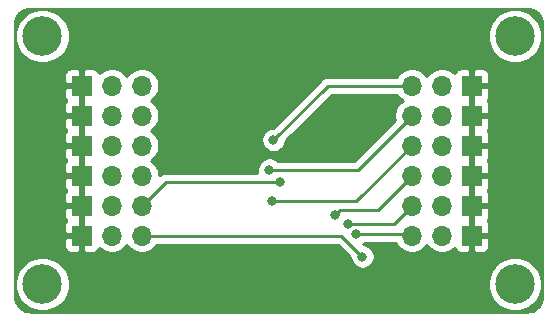
<source format=gbl>
G04 #@! TF.GenerationSoftware,KiCad,Pcbnew,5.1.5+dfsg1-2build2*
G04 #@! TF.CreationDate,2021-02-08T17:23:34+09:00*
G04 #@! TF.ProjectId,v3-pwm-buffer,76332d70-776d-42d6-9275-666665722e6b,rev?*
G04 #@! TF.SameCoordinates,Original*
G04 #@! TF.FileFunction,Copper,L2,Bot*
G04 #@! TF.FilePolarity,Positive*
%FSLAX46Y46*%
G04 Gerber Fmt 4.6, Leading zero omitted, Abs format (unit mm)*
G04 Created by KiCad (PCBNEW 5.1.5+dfsg1-2build2) date 2021-02-08 17:23:34*
%MOMM*%
%LPD*%
G04 APERTURE LIST*
%ADD10O,1.700000X1.700000*%
%ADD11R,1.700000X1.700000*%
%ADD12C,3.350000*%
%ADD13C,0.800000*%
%ADD14C,0.250000*%
%ADD15C,0.254000*%
G04 APERTURE END LIST*
D10*
X81280000Y-55880000D03*
X83820000Y-55880000D03*
D11*
X86360000Y-55880000D03*
D10*
X81280000Y-53340000D03*
X83820000Y-53340000D03*
D11*
X86360000Y-53340000D03*
D10*
X81280000Y-50800000D03*
X83820000Y-50800000D03*
D11*
X86360000Y-50800000D03*
D10*
X81280000Y-48260000D03*
X83820000Y-48260000D03*
D11*
X86360000Y-48260000D03*
D10*
X81280000Y-45720000D03*
X83820000Y-45720000D03*
D11*
X86360000Y-45720000D03*
D10*
X81280000Y-43180000D03*
X83820000Y-43180000D03*
D11*
X86360000Y-43180000D03*
D10*
X58420000Y-55880000D03*
X55880000Y-55880000D03*
D11*
X53340000Y-55880000D03*
D10*
X58420000Y-53340000D03*
X55880000Y-53340000D03*
D11*
X53340000Y-53340000D03*
D10*
X58420000Y-50800000D03*
X55880000Y-50800000D03*
D11*
X53340000Y-50800000D03*
D10*
X58420000Y-48260000D03*
X55880000Y-48260000D03*
D11*
X53340000Y-48260000D03*
D10*
X58420000Y-45720000D03*
X55880000Y-45720000D03*
D11*
X53340000Y-45720000D03*
D10*
X58420000Y-43180000D03*
X55880000Y-43180000D03*
D11*
X53340000Y-43180000D03*
D12*
X90000000Y-39000000D03*
X90000000Y-60000000D03*
X50000000Y-39000000D03*
X50000000Y-60000000D03*
D13*
X67335400Y-59613800D03*
X70104000Y-51308000D03*
X77089000Y-57658000D03*
X69562999Y-47785001D03*
X69215000Y-50292000D03*
X69469000Y-52959000D03*
X74803000Y-54102000D03*
X75856000Y-54864000D03*
X76581000Y-55753000D03*
D14*
X60452000Y-51308000D02*
X58420000Y-53340000D01*
X70104000Y-51308000D02*
X60452000Y-51308000D01*
X75311000Y-55880000D02*
X58420000Y-55880000D01*
X77089000Y-57658000D02*
X75311000Y-55880000D01*
X74168000Y-43180000D02*
X69562999Y-47785001D01*
X81280000Y-43180000D02*
X74168000Y-43180000D01*
X76708000Y-50292000D02*
X81280000Y-45720000D01*
X69215000Y-50292000D02*
X76708000Y-50292000D01*
X76581000Y-52959000D02*
X81280000Y-48260000D01*
X69469000Y-52959000D02*
X76581000Y-52959000D01*
X80430001Y-51649999D02*
X81280000Y-50800000D01*
X78377999Y-53702001D02*
X80430001Y-51649999D01*
X75202999Y-53702001D02*
X78377999Y-53702001D01*
X74803000Y-54102000D02*
X75202999Y-53702001D01*
X79756000Y-54864000D02*
X81280000Y-53340000D01*
X75856000Y-54864000D02*
X79756000Y-54864000D01*
X81153000Y-55753000D02*
X81280000Y-55880000D01*
X76581000Y-55753000D02*
X81153000Y-55753000D01*
D15*
G36*
X91259659Y-36688625D02*
G01*
X91509429Y-36764035D01*
X91739792Y-36886522D01*
X91941980Y-37051422D01*
X92108286Y-37252450D01*
X92232378Y-37481954D01*
X92309531Y-37731195D01*
X92340000Y-38021089D01*
X92340001Y-60967711D01*
X92311375Y-61259660D01*
X92235965Y-61509429D01*
X92113477Y-61739794D01*
X91948579Y-61941979D01*
X91747546Y-62108288D01*
X91518046Y-62232378D01*
X91268805Y-62309531D01*
X90978911Y-62340000D01*
X49032279Y-62340000D01*
X48740340Y-62311375D01*
X48490571Y-62235965D01*
X48260206Y-62113477D01*
X48058021Y-61948579D01*
X47891712Y-61747546D01*
X47767622Y-61518046D01*
X47690469Y-61268805D01*
X47660000Y-60978911D01*
X47660000Y-59772485D01*
X47690000Y-59772485D01*
X47690000Y-60227515D01*
X47778772Y-60673802D01*
X47952905Y-61094195D01*
X48205706Y-61472539D01*
X48527461Y-61794294D01*
X48905805Y-62047095D01*
X49326198Y-62221228D01*
X49772485Y-62310000D01*
X50227515Y-62310000D01*
X50673802Y-62221228D01*
X51094195Y-62047095D01*
X51472539Y-61794294D01*
X51794294Y-61472539D01*
X52047095Y-61094195D01*
X52221228Y-60673802D01*
X52310000Y-60227515D01*
X52310000Y-59772485D01*
X87690000Y-59772485D01*
X87690000Y-60227515D01*
X87778772Y-60673802D01*
X87952905Y-61094195D01*
X88205706Y-61472539D01*
X88527461Y-61794294D01*
X88905805Y-62047095D01*
X89326198Y-62221228D01*
X89772485Y-62310000D01*
X90227515Y-62310000D01*
X90673802Y-62221228D01*
X91094195Y-62047095D01*
X91472539Y-61794294D01*
X91794294Y-61472539D01*
X92047095Y-61094195D01*
X92221228Y-60673802D01*
X92310000Y-60227515D01*
X92310000Y-59772485D01*
X92221228Y-59326198D01*
X92047095Y-58905805D01*
X91794294Y-58527461D01*
X91472539Y-58205706D01*
X91094195Y-57952905D01*
X90673802Y-57778772D01*
X90227515Y-57690000D01*
X89772485Y-57690000D01*
X89326198Y-57778772D01*
X88905805Y-57952905D01*
X88527461Y-58205706D01*
X88205706Y-58527461D01*
X87952905Y-58905805D01*
X87778772Y-59326198D01*
X87690000Y-59772485D01*
X52310000Y-59772485D01*
X52221228Y-59326198D01*
X52047095Y-58905805D01*
X51794294Y-58527461D01*
X51472539Y-58205706D01*
X51094195Y-57952905D01*
X50673802Y-57778772D01*
X50227515Y-57690000D01*
X49772485Y-57690000D01*
X49326198Y-57778772D01*
X48905805Y-57952905D01*
X48527461Y-58205706D01*
X48205706Y-58527461D01*
X47952905Y-58905805D01*
X47778772Y-59326198D01*
X47690000Y-59772485D01*
X47660000Y-59772485D01*
X47660000Y-56730000D01*
X51851928Y-56730000D01*
X51864188Y-56854482D01*
X51900498Y-56974180D01*
X51959463Y-57084494D01*
X52038815Y-57181185D01*
X52135506Y-57260537D01*
X52245820Y-57319502D01*
X52365518Y-57355812D01*
X52490000Y-57368072D01*
X53054250Y-57365000D01*
X53213000Y-57206250D01*
X53213000Y-56007000D01*
X52013750Y-56007000D01*
X51855000Y-56165750D01*
X51851928Y-56730000D01*
X47660000Y-56730000D01*
X47660000Y-54190000D01*
X51851928Y-54190000D01*
X51864188Y-54314482D01*
X51900498Y-54434180D01*
X51959463Y-54544494D01*
X52013222Y-54610000D01*
X51959463Y-54675506D01*
X51900498Y-54785820D01*
X51864188Y-54905518D01*
X51851928Y-55030000D01*
X51855000Y-55594250D01*
X52013750Y-55753000D01*
X53213000Y-55753000D01*
X53213000Y-53467000D01*
X52013750Y-53467000D01*
X51855000Y-53625750D01*
X51851928Y-54190000D01*
X47660000Y-54190000D01*
X47660000Y-51650000D01*
X51851928Y-51650000D01*
X51864188Y-51774482D01*
X51900498Y-51894180D01*
X51959463Y-52004494D01*
X52013222Y-52070000D01*
X51959463Y-52135506D01*
X51900498Y-52245820D01*
X51864188Y-52365518D01*
X51851928Y-52490000D01*
X51855000Y-53054250D01*
X52013750Y-53213000D01*
X53213000Y-53213000D01*
X53213000Y-50927000D01*
X52013750Y-50927000D01*
X51855000Y-51085750D01*
X51851928Y-51650000D01*
X47660000Y-51650000D01*
X47660000Y-49110000D01*
X51851928Y-49110000D01*
X51864188Y-49234482D01*
X51900498Y-49354180D01*
X51959463Y-49464494D01*
X52013222Y-49530000D01*
X51959463Y-49595506D01*
X51900498Y-49705820D01*
X51864188Y-49825518D01*
X51851928Y-49950000D01*
X51855000Y-50514250D01*
X52013750Y-50673000D01*
X53213000Y-50673000D01*
X53213000Y-48387000D01*
X52013750Y-48387000D01*
X51855000Y-48545750D01*
X51851928Y-49110000D01*
X47660000Y-49110000D01*
X47660000Y-46570000D01*
X51851928Y-46570000D01*
X51864188Y-46694482D01*
X51900498Y-46814180D01*
X51959463Y-46924494D01*
X52013222Y-46990000D01*
X51959463Y-47055506D01*
X51900498Y-47165820D01*
X51864188Y-47285518D01*
X51851928Y-47410000D01*
X51855000Y-47974250D01*
X52013750Y-48133000D01*
X53213000Y-48133000D01*
X53213000Y-45847000D01*
X52013750Y-45847000D01*
X51855000Y-46005750D01*
X51851928Y-46570000D01*
X47660000Y-46570000D01*
X47660000Y-44030000D01*
X51851928Y-44030000D01*
X51864188Y-44154482D01*
X51900498Y-44274180D01*
X51959463Y-44384494D01*
X52013222Y-44450000D01*
X51959463Y-44515506D01*
X51900498Y-44625820D01*
X51864188Y-44745518D01*
X51851928Y-44870000D01*
X51855000Y-45434250D01*
X52013750Y-45593000D01*
X53213000Y-45593000D01*
X53213000Y-43307000D01*
X52013750Y-43307000D01*
X51855000Y-43465750D01*
X51851928Y-44030000D01*
X47660000Y-44030000D01*
X47660000Y-42330000D01*
X51851928Y-42330000D01*
X51855000Y-42894250D01*
X52013750Y-43053000D01*
X53213000Y-43053000D01*
X53213000Y-41853750D01*
X53467000Y-41853750D01*
X53467000Y-43053000D01*
X53487000Y-43053000D01*
X53487000Y-43307000D01*
X53467000Y-43307000D01*
X53467000Y-45593000D01*
X53487000Y-45593000D01*
X53487000Y-45847000D01*
X53467000Y-45847000D01*
X53467000Y-48133000D01*
X53487000Y-48133000D01*
X53487000Y-48387000D01*
X53467000Y-48387000D01*
X53467000Y-50673000D01*
X53487000Y-50673000D01*
X53487000Y-50927000D01*
X53467000Y-50927000D01*
X53467000Y-53213000D01*
X53487000Y-53213000D01*
X53487000Y-53467000D01*
X53467000Y-53467000D01*
X53467000Y-55753000D01*
X53487000Y-55753000D01*
X53487000Y-56007000D01*
X53467000Y-56007000D01*
X53467000Y-57206250D01*
X53625750Y-57365000D01*
X54190000Y-57368072D01*
X54314482Y-57355812D01*
X54434180Y-57319502D01*
X54544494Y-57260537D01*
X54641185Y-57181185D01*
X54720537Y-57084494D01*
X54779502Y-56974180D01*
X54801513Y-56901620D01*
X54933368Y-57033475D01*
X55176589Y-57195990D01*
X55446842Y-57307932D01*
X55733740Y-57365000D01*
X56026260Y-57365000D01*
X56313158Y-57307932D01*
X56583411Y-57195990D01*
X56826632Y-57033475D01*
X57033475Y-56826632D01*
X57150000Y-56652240D01*
X57266525Y-56826632D01*
X57473368Y-57033475D01*
X57716589Y-57195990D01*
X57986842Y-57307932D01*
X58273740Y-57365000D01*
X58566260Y-57365000D01*
X58853158Y-57307932D01*
X59123411Y-57195990D01*
X59366632Y-57033475D01*
X59573475Y-56826632D01*
X59698178Y-56640000D01*
X74996199Y-56640000D01*
X76054000Y-57697802D01*
X76054000Y-57759939D01*
X76093774Y-57959898D01*
X76171795Y-58148256D01*
X76285063Y-58317774D01*
X76429226Y-58461937D01*
X76598744Y-58575205D01*
X76787102Y-58653226D01*
X76987061Y-58693000D01*
X77190939Y-58693000D01*
X77390898Y-58653226D01*
X77579256Y-58575205D01*
X77748774Y-58461937D01*
X77892937Y-58317774D01*
X78006205Y-58148256D01*
X78084226Y-57959898D01*
X78124000Y-57759939D01*
X78124000Y-57556061D01*
X78084226Y-57356102D01*
X78006205Y-57167744D01*
X77892937Y-56998226D01*
X77748774Y-56854063D01*
X77579256Y-56740795D01*
X77390898Y-56662774D01*
X77190939Y-56623000D01*
X77141903Y-56623000D01*
X77240774Y-56556937D01*
X77284711Y-56513000D01*
X79934845Y-56513000D01*
X79964010Y-56583411D01*
X80126525Y-56826632D01*
X80333368Y-57033475D01*
X80576589Y-57195990D01*
X80846842Y-57307932D01*
X81133740Y-57365000D01*
X81426260Y-57365000D01*
X81713158Y-57307932D01*
X81983411Y-57195990D01*
X82226632Y-57033475D01*
X82433475Y-56826632D01*
X82550000Y-56652240D01*
X82666525Y-56826632D01*
X82873368Y-57033475D01*
X83116589Y-57195990D01*
X83386842Y-57307932D01*
X83673740Y-57365000D01*
X83966260Y-57365000D01*
X84253158Y-57307932D01*
X84523411Y-57195990D01*
X84766632Y-57033475D01*
X84898487Y-56901620D01*
X84920498Y-56974180D01*
X84979463Y-57084494D01*
X85058815Y-57181185D01*
X85155506Y-57260537D01*
X85265820Y-57319502D01*
X85385518Y-57355812D01*
X85510000Y-57368072D01*
X86074250Y-57365000D01*
X86233000Y-57206250D01*
X86233000Y-56007000D01*
X86487000Y-56007000D01*
X86487000Y-57206250D01*
X86645750Y-57365000D01*
X87210000Y-57368072D01*
X87334482Y-57355812D01*
X87454180Y-57319502D01*
X87564494Y-57260537D01*
X87661185Y-57181185D01*
X87740537Y-57084494D01*
X87799502Y-56974180D01*
X87835812Y-56854482D01*
X87848072Y-56730000D01*
X87845000Y-56165750D01*
X87686250Y-56007000D01*
X86487000Y-56007000D01*
X86233000Y-56007000D01*
X86213000Y-56007000D01*
X86213000Y-55753000D01*
X86233000Y-55753000D01*
X86233000Y-53467000D01*
X86487000Y-53467000D01*
X86487000Y-55753000D01*
X87686250Y-55753000D01*
X87845000Y-55594250D01*
X87848072Y-55030000D01*
X87835812Y-54905518D01*
X87799502Y-54785820D01*
X87740537Y-54675506D01*
X87686778Y-54610000D01*
X87740537Y-54544494D01*
X87799502Y-54434180D01*
X87835812Y-54314482D01*
X87848072Y-54190000D01*
X87845000Y-53625750D01*
X87686250Y-53467000D01*
X86487000Y-53467000D01*
X86233000Y-53467000D01*
X86213000Y-53467000D01*
X86213000Y-53213000D01*
X86233000Y-53213000D01*
X86233000Y-50927000D01*
X86487000Y-50927000D01*
X86487000Y-53213000D01*
X87686250Y-53213000D01*
X87845000Y-53054250D01*
X87848072Y-52490000D01*
X87835812Y-52365518D01*
X87799502Y-52245820D01*
X87740537Y-52135506D01*
X87686778Y-52070000D01*
X87740537Y-52004494D01*
X87799502Y-51894180D01*
X87835812Y-51774482D01*
X87848072Y-51650000D01*
X87845000Y-51085750D01*
X87686250Y-50927000D01*
X86487000Y-50927000D01*
X86233000Y-50927000D01*
X86213000Y-50927000D01*
X86213000Y-50673000D01*
X86233000Y-50673000D01*
X86233000Y-48387000D01*
X86487000Y-48387000D01*
X86487000Y-50673000D01*
X87686250Y-50673000D01*
X87845000Y-50514250D01*
X87848072Y-49950000D01*
X87835812Y-49825518D01*
X87799502Y-49705820D01*
X87740537Y-49595506D01*
X87686778Y-49530000D01*
X87740537Y-49464494D01*
X87799502Y-49354180D01*
X87835812Y-49234482D01*
X87848072Y-49110000D01*
X87845000Y-48545750D01*
X87686250Y-48387000D01*
X86487000Y-48387000D01*
X86233000Y-48387000D01*
X86213000Y-48387000D01*
X86213000Y-48133000D01*
X86233000Y-48133000D01*
X86233000Y-45847000D01*
X86487000Y-45847000D01*
X86487000Y-48133000D01*
X87686250Y-48133000D01*
X87845000Y-47974250D01*
X87848072Y-47410000D01*
X87835812Y-47285518D01*
X87799502Y-47165820D01*
X87740537Y-47055506D01*
X87686778Y-46990000D01*
X87740537Y-46924494D01*
X87799502Y-46814180D01*
X87835812Y-46694482D01*
X87848072Y-46570000D01*
X87845000Y-46005750D01*
X87686250Y-45847000D01*
X86487000Y-45847000D01*
X86233000Y-45847000D01*
X86213000Y-45847000D01*
X86213000Y-45593000D01*
X86233000Y-45593000D01*
X86233000Y-43307000D01*
X86487000Y-43307000D01*
X86487000Y-45593000D01*
X87686250Y-45593000D01*
X87845000Y-45434250D01*
X87848072Y-44870000D01*
X87835812Y-44745518D01*
X87799502Y-44625820D01*
X87740537Y-44515506D01*
X87686778Y-44450000D01*
X87740537Y-44384494D01*
X87799502Y-44274180D01*
X87835812Y-44154482D01*
X87848072Y-44030000D01*
X87845000Y-43465750D01*
X87686250Y-43307000D01*
X86487000Y-43307000D01*
X86233000Y-43307000D01*
X86213000Y-43307000D01*
X86213000Y-43053000D01*
X86233000Y-43053000D01*
X86233000Y-41853750D01*
X86487000Y-41853750D01*
X86487000Y-43053000D01*
X87686250Y-43053000D01*
X87845000Y-42894250D01*
X87848072Y-42330000D01*
X87835812Y-42205518D01*
X87799502Y-42085820D01*
X87740537Y-41975506D01*
X87661185Y-41878815D01*
X87564494Y-41799463D01*
X87454180Y-41740498D01*
X87334482Y-41704188D01*
X87210000Y-41691928D01*
X86645750Y-41695000D01*
X86487000Y-41853750D01*
X86233000Y-41853750D01*
X86074250Y-41695000D01*
X85510000Y-41691928D01*
X85385518Y-41704188D01*
X85265820Y-41740498D01*
X85155506Y-41799463D01*
X85058815Y-41878815D01*
X84979463Y-41975506D01*
X84920498Y-42085820D01*
X84898487Y-42158380D01*
X84766632Y-42026525D01*
X84523411Y-41864010D01*
X84253158Y-41752068D01*
X83966260Y-41695000D01*
X83673740Y-41695000D01*
X83386842Y-41752068D01*
X83116589Y-41864010D01*
X82873368Y-42026525D01*
X82666525Y-42233368D01*
X82550000Y-42407760D01*
X82433475Y-42233368D01*
X82226632Y-42026525D01*
X81983411Y-41864010D01*
X81713158Y-41752068D01*
X81426260Y-41695000D01*
X81133740Y-41695000D01*
X80846842Y-41752068D01*
X80576589Y-41864010D01*
X80333368Y-42026525D01*
X80126525Y-42233368D01*
X80001822Y-42420000D01*
X74205323Y-42420000D01*
X74168000Y-42416324D01*
X74130677Y-42420000D01*
X74130667Y-42420000D01*
X74019014Y-42430997D01*
X73875753Y-42474454D01*
X73743724Y-42545026D01*
X73627999Y-42639999D01*
X73604201Y-42668997D01*
X69523198Y-46750001D01*
X69461060Y-46750001D01*
X69261101Y-46789775D01*
X69072743Y-46867796D01*
X68903225Y-46981064D01*
X68759062Y-47125227D01*
X68645794Y-47294745D01*
X68567773Y-47483103D01*
X68527999Y-47683062D01*
X68527999Y-47886940D01*
X68567773Y-48086899D01*
X68645794Y-48275257D01*
X68759062Y-48444775D01*
X68903225Y-48588938D01*
X69072743Y-48702206D01*
X69261101Y-48780227D01*
X69461060Y-48820001D01*
X69664938Y-48820001D01*
X69864897Y-48780227D01*
X70053255Y-48702206D01*
X70222773Y-48588938D01*
X70366936Y-48444775D01*
X70480204Y-48275257D01*
X70558225Y-48086899D01*
X70597999Y-47886940D01*
X70597999Y-47824802D01*
X74482802Y-43940000D01*
X80001822Y-43940000D01*
X80126525Y-44126632D01*
X80333368Y-44333475D01*
X80507760Y-44450000D01*
X80333368Y-44566525D01*
X80126525Y-44773368D01*
X79964010Y-45016589D01*
X79852068Y-45286842D01*
X79795000Y-45573740D01*
X79795000Y-45866260D01*
X79838790Y-46086407D01*
X76393199Y-49532000D01*
X69918711Y-49532000D01*
X69874774Y-49488063D01*
X69705256Y-49374795D01*
X69516898Y-49296774D01*
X69316939Y-49257000D01*
X69113061Y-49257000D01*
X68913102Y-49296774D01*
X68724744Y-49374795D01*
X68555226Y-49488063D01*
X68411063Y-49632226D01*
X68297795Y-49801744D01*
X68219774Y-49990102D01*
X68180000Y-50190061D01*
X68180000Y-50393939D01*
X68210644Y-50548000D01*
X60489323Y-50548000D01*
X60452000Y-50544324D01*
X60414677Y-50548000D01*
X60414667Y-50548000D01*
X60303014Y-50558997D01*
X60187959Y-50593898D01*
X60159753Y-50602454D01*
X60027723Y-50673026D01*
X59944083Y-50741668D01*
X59911999Y-50767999D01*
X59905000Y-50776527D01*
X59905000Y-50653740D01*
X59847932Y-50366842D01*
X59735990Y-50096589D01*
X59573475Y-49853368D01*
X59366632Y-49646525D01*
X59192240Y-49530000D01*
X59366632Y-49413475D01*
X59573475Y-49206632D01*
X59735990Y-48963411D01*
X59847932Y-48693158D01*
X59905000Y-48406260D01*
X59905000Y-48113740D01*
X59847932Y-47826842D01*
X59735990Y-47556589D01*
X59573475Y-47313368D01*
X59366632Y-47106525D01*
X59192240Y-46990000D01*
X59366632Y-46873475D01*
X59573475Y-46666632D01*
X59735990Y-46423411D01*
X59847932Y-46153158D01*
X59905000Y-45866260D01*
X59905000Y-45573740D01*
X59847932Y-45286842D01*
X59735990Y-45016589D01*
X59573475Y-44773368D01*
X59366632Y-44566525D01*
X59192240Y-44450000D01*
X59366632Y-44333475D01*
X59573475Y-44126632D01*
X59735990Y-43883411D01*
X59847932Y-43613158D01*
X59905000Y-43326260D01*
X59905000Y-43033740D01*
X59847932Y-42746842D01*
X59735990Y-42476589D01*
X59573475Y-42233368D01*
X59366632Y-42026525D01*
X59123411Y-41864010D01*
X58853158Y-41752068D01*
X58566260Y-41695000D01*
X58273740Y-41695000D01*
X57986842Y-41752068D01*
X57716589Y-41864010D01*
X57473368Y-42026525D01*
X57266525Y-42233368D01*
X57150000Y-42407760D01*
X57033475Y-42233368D01*
X56826632Y-42026525D01*
X56583411Y-41864010D01*
X56313158Y-41752068D01*
X56026260Y-41695000D01*
X55733740Y-41695000D01*
X55446842Y-41752068D01*
X55176589Y-41864010D01*
X54933368Y-42026525D01*
X54801513Y-42158380D01*
X54779502Y-42085820D01*
X54720537Y-41975506D01*
X54641185Y-41878815D01*
X54544494Y-41799463D01*
X54434180Y-41740498D01*
X54314482Y-41704188D01*
X54190000Y-41691928D01*
X53625750Y-41695000D01*
X53467000Y-41853750D01*
X53213000Y-41853750D01*
X53054250Y-41695000D01*
X52490000Y-41691928D01*
X52365518Y-41704188D01*
X52245820Y-41740498D01*
X52135506Y-41799463D01*
X52038815Y-41878815D01*
X51959463Y-41975506D01*
X51900498Y-42085820D01*
X51864188Y-42205518D01*
X51851928Y-42330000D01*
X47660000Y-42330000D01*
X47660000Y-38772485D01*
X47690000Y-38772485D01*
X47690000Y-39227515D01*
X47778772Y-39673802D01*
X47952905Y-40094195D01*
X48205706Y-40472539D01*
X48527461Y-40794294D01*
X48905805Y-41047095D01*
X49326198Y-41221228D01*
X49772485Y-41310000D01*
X50227515Y-41310000D01*
X50673802Y-41221228D01*
X51094195Y-41047095D01*
X51472539Y-40794294D01*
X51794294Y-40472539D01*
X52047095Y-40094195D01*
X52221228Y-39673802D01*
X52310000Y-39227515D01*
X52310000Y-38772485D01*
X87690000Y-38772485D01*
X87690000Y-39227515D01*
X87778772Y-39673802D01*
X87952905Y-40094195D01*
X88205706Y-40472539D01*
X88527461Y-40794294D01*
X88905805Y-41047095D01*
X89326198Y-41221228D01*
X89772485Y-41310000D01*
X90227515Y-41310000D01*
X90673802Y-41221228D01*
X91094195Y-41047095D01*
X91472539Y-40794294D01*
X91794294Y-40472539D01*
X92047095Y-40094195D01*
X92221228Y-39673802D01*
X92310000Y-39227515D01*
X92310000Y-38772485D01*
X92221228Y-38326198D01*
X92047095Y-37905805D01*
X91794294Y-37527461D01*
X91472539Y-37205706D01*
X91094195Y-36952905D01*
X90673802Y-36778772D01*
X90227515Y-36690000D01*
X89772485Y-36690000D01*
X89326198Y-36778772D01*
X88905805Y-36952905D01*
X88527461Y-37205706D01*
X88205706Y-37527461D01*
X87952905Y-37905805D01*
X87778772Y-38326198D01*
X87690000Y-38772485D01*
X52310000Y-38772485D01*
X52221228Y-38326198D01*
X52047095Y-37905805D01*
X51794294Y-37527461D01*
X51472539Y-37205706D01*
X51094195Y-36952905D01*
X50673802Y-36778772D01*
X50227515Y-36690000D01*
X49772485Y-36690000D01*
X49326198Y-36778772D01*
X48905805Y-36952905D01*
X48527461Y-37205706D01*
X48205706Y-37527461D01*
X47952905Y-37905805D01*
X47778772Y-38326198D01*
X47690000Y-38772485D01*
X47660000Y-38772485D01*
X47660000Y-38032279D01*
X47688625Y-37740341D01*
X47764035Y-37490571D01*
X47886522Y-37260208D01*
X48051422Y-37058020D01*
X48252450Y-36891714D01*
X48481954Y-36767622D01*
X48731195Y-36690469D01*
X49021088Y-36660000D01*
X90967721Y-36660000D01*
X91259659Y-36688625D01*
G37*
X91259659Y-36688625D02*
X91509429Y-36764035D01*
X91739792Y-36886522D01*
X91941980Y-37051422D01*
X92108286Y-37252450D01*
X92232378Y-37481954D01*
X92309531Y-37731195D01*
X92340000Y-38021089D01*
X92340001Y-60967711D01*
X92311375Y-61259660D01*
X92235965Y-61509429D01*
X92113477Y-61739794D01*
X91948579Y-61941979D01*
X91747546Y-62108288D01*
X91518046Y-62232378D01*
X91268805Y-62309531D01*
X90978911Y-62340000D01*
X49032279Y-62340000D01*
X48740340Y-62311375D01*
X48490571Y-62235965D01*
X48260206Y-62113477D01*
X48058021Y-61948579D01*
X47891712Y-61747546D01*
X47767622Y-61518046D01*
X47690469Y-61268805D01*
X47660000Y-60978911D01*
X47660000Y-59772485D01*
X47690000Y-59772485D01*
X47690000Y-60227515D01*
X47778772Y-60673802D01*
X47952905Y-61094195D01*
X48205706Y-61472539D01*
X48527461Y-61794294D01*
X48905805Y-62047095D01*
X49326198Y-62221228D01*
X49772485Y-62310000D01*
X50227515Y-62310000D01*
X50673802Y-62221228D01*
X51094195Y-62047095D01*
X51472539Y-61794294D01*
X51794294Y-61472539D01*
X52047095Y-61094195D01*
X52221228Y-60673802D01*
X52310000Y-60227515D01*
X52310000Y-59772485D01*
X87690000Y-59772485D01*
X87690000Y-60227515D01*
X87778772Y-60673802D01*
X87952905Y-61094195D01*
X88205706Y-61472539D01*
X88527461Y-61794294D01*
X88905805Y-62047095D01*
X89326198Y-62221228D01*
X89772485Y-62310000D01*
X90227515Y-62310000D01*
X90673802Y-62221228D01*
X91094195Y-62047095D01*
X91472539Y-61794294D01*
X91794294Y-61472539D01*
X92047095Y-61094195D01*
X92221228Y-60673802D01*
X92310000Y-60227515D01*
X92310000Y-59772485D01*
X92221228Y-59326198D01*
X92047095Y-58905805D01*
X91794294Y-58527461D01*
X91472539Y-58205706D01*
X91094195Y-57952905D01*
X90673802Y-57778772D01*
X90227515Y-57690000D01*
X89772485Y-57690000D01*
X89326198Y-57778772D01*
X88905805Y-57952905D01*
X88527461Y-58205706D01*
X88205706Y-58527461D01*
X87952905Y-58905805D01*
X87778772Y-59326198D01*
X87690000Y-59772485D01*
X52310000Y-59772485D01*
X52221228Y-59326198D01*
X52047095Y-58905805D01*
X51794294Y-58527461D01*
X51472539Y-58205706D01*
X51094195Y-57952905D01*
X50673802Y-57778772D01*
X50227515Y-57690000D01*
X49772485Y-57690000D01*
X49326198Y-57778772D01*
X48905805Y-57952905D01*
X48527461Y-58205706D01*
X48205706Y-58527461D01*
X47952905Y-58905805D01*
X47778772Y-59326198D01*
X47690000Y-59772485D01*
X47660000Y-59772485D01*
X47660000Y-56730000D01*
X51851928Y-56730000D01*
X51864188Y-56854482D01*
X51900498Y-56974180D01*
X51959463Y-57084494D01*
X52038815Y-57181185D01*
X52135506Y-57260537D01*
X52245820Y-57319502D01*
X52365518Y-57355812D01*
X52490000Y-57368072D01*
X53054250Y-57365000D01*
X53213000Y-57206250D01*
X53213000Y-56007000D01*
X52013750Y-56007000D01*
X51855000Y-56165750D01*
X51851928Y-56730000D01*
X47660000Y-56730000D01*
X47660000Y-54190000D01*
X51851928Y-54190000D01*
X51864188Y-54314482D01*
X51900498Y-54434180D01*
X51959463Y-54544494D01*
X52013222Y-54610000D01*
X51959463Y-54675506D01*
X51900498Y-54785820D01*
X51864188Y-54905518D01*
X51851928Y-55030000D01*
X51855000Y-55594250D01*
X52013750Y-55753000D01*
X53213000Y-55753000D01*
X53213000Y-53467000D01*
X52013750Y-53467000D01*
X51855000Y-53625750D01*
X51851928Y-54190000D01*
X47660000Y-54190000D01*
X47660000Y-51650000D01*
X51851928Y-51650000D01*
X51864188Y-51774482D01*
X51900498Y-51894180D01*
X51959463Y-52004494D01*
X52013222Y-52070000D01*
X51959463Y-52135506D01*
X51900498Y-52245820D01*
X51864188Y-52365518D01*
X51851928Y-52490000D01*
X51855000Y-53054250D01*
X52013750Y-53213000D01*
X53213000Y-53213000D01*
X53213000Y-50927000D01*
X52013750Y-50927000D01*
X51855000Y-51085750D01*
X51851928Y-51650000D01*
X47660000Y-51650000D01*
X47660000Y-49110000D01*
X51851928Y-49110000D01*
X51864188Y-49234482D01*
X51900498Y-49354180D01*
X51959463Y-49464494D01*
X52013222Y-49530000D01*
X51959463Y-49595506D01*
X51900498Y-49705820D01*
X51864188Y-49825518D01*
X51851928Y-49950000D01*
X51855000Y-50514250D01*
X52013750Y-50673000D01*
X53213000Y-50673000D01*
X53213000Y-48387000D01*
X52013750Y-48387000D01*
X51855000Y-48545750D01*
X51851928Y-49110000D01*
X47660000Y-49110000D01*
X47660000Y-46570000D01*
X51851928Y-46570000D01*
X51864188Y-46694482D01*
X51900498Y-46814180D01*
X51959463Y-46924494D01*
X52013222Y-46990000D01*
X51959463Y-47055506D01*
X51900498Y-47165820D01*
X51864188Y-47285518D01*
X51851928Y-47410000D01*
X51855000Y-47974250D01*
X52013750Y-48133000D01*
X53213000Y-48133000D01*
X53213000Y-45847000D01*
X52013750Y-45847000D01*
X51855000Y-46005750D01*
X51851928Y-46570000D01*
X47660000Y-46570000D01*
X47660000Y-44030000D01*
X51851928Y-44030000D01*
X51864188Y-44154482D01*
X51900498Y-44274180D01*
X51959463Y-44384494D01*
X52013222Y-44450000D01*
X51959463Y-44515506D01*
X51900498Y-44625820D01*
X51864188Y-44745518D01*
X51851928Y-44870000D01*
X51855000Y-45434250D01*
X52013750Y-45593000D01*
X53213000Y-45593000D01*
X53213000Y-43307000D01*
X52013750Y-43307000D01*
X51855000Y-43465750D01*
X51851928Y-44030000D01*
X47660000Y-44030000D01*
X47660000Y-42330000D01*
X51851928Y-42330000D01*
X51855000Y-42894250D01*
X52013750Y-43053000D01*
X53213000Y-43053000D01*
X53213000Y-41853750D01*
X53467000Y-41853750D01*
X53467000Y-43053000D01*
X53487000Y-43053000D01*
X53487000Y-43307000D01*
X53467000Y-43307000D01*
X53467000Y-45593000D01*
X53487000Y-45593000D01*
X53487000Y-45847000D01*
X53467000Y-45847000D01*
X53467000Y-48133000D01*
X53487000Y-48133000D01*
X53487000Y-48387000D01*
X53467000Y-48387000D01*
X53467000Y-50673000D01*
X53487000Y-50673000D01*
X53487000Y-50927000D01*
X53467000Y-50927000D01*
X53467000Y-53213000D01*
X53487000Y-53213000D01*
X53487000Y-53467000D01*
X53467000Y-53467000D01*
X53467000Y-55753000D01*
X53487000Y-55753000D01*
X53487000Y-56007000D01*
X53467000Y-56007000D01*
X53467000Y-57206250D01*
X53625750Y-57365000D01*
X54190000Y-57368072D01*
X54314482Y-57355812D01*
X54434180Y-57319502D01*
X54544494Y-57260537D01*
X54641185Y-57181185D01*
X54720537Y-57084494D01*
X54779502Y-56974180D01*
X54801513Y-56901620D01*
X54933368Y-57033475D01*
X55176589Y-57195990D01*
X55446842Y-57307932D01*
X55733740Y-57365000D01*
X56026260Y-57365000D01*
X56313158Y-57307932D01*
X56583411Y-57195990D01*
X56826632Y-57033475D01*
X57033475Y-56826632D01*
X57150000Y-56652240D01*
X57266525Y-56826632D01*
X57473368Y-57033475D01*
X57716589Y-57195990D01*
X57986842Y-57307932D01*
X58273740Y-57365000D01*
X58566260Y-57365000D01*
X58853158Y-57307932D01*
X59123411Y-57195990D01*
X59366632Y-57033475D01*
X59573475Y-56826632D01*
X59698178Y-56640000D01*
X74996199Y-56640000D01*
X76054000Y-57697802D01*
X76054000Y-57759939D01*
X76093774Y-57959898D01*
X76171795Y-58148256D01*
X76285063Y-58317774D01*
X76429226Y-58461937D01*
X76598744Y-58575205D01*
X76787102Y-58653226D01*
X76987061Y-58693000D01*
X77190939Y-58693000D01*
X77390898Y-58653226D01*
X77579256Y-58575205D01*
X77748774Y-58461937D01*
X77892937Y-58317774D01*
X78006205Y-58148256D01*
X78084226Y-57959898D01*
X78124000Y-57759939D01*
X78124000Y-57556061D01*
X78084226Y-57356102D01*
X78006205Y-57167744D01*
X77892937Y-56998226D01*
X77748774Y-56854063D01*
X77579256Y-56740795D01*
X77390898Y-56662774D01*
X77190939Y-56623000D01*
X77141903Y-56623000D01*
X77240774Y-56556937D01*
X77284711Y-56513000D01*
X79934845Y-56513000D01*
X79964010Y-56583411D01*
X80126525Y-56826632D01*
X80333368Y-57033475D01*
X80576589Y-57195990D01*
X80846842Y-57307932D01*
X81133740Y-57365000D01*
X81426260Y-57365000D01*
X81713158Y-57307932D01*
X81983411Y-57195990D01*
X82226632Y-57033475D01*
X82433475Y-56826632D01*
X82550000Y-56652240D01*
X82666525Y-56826632D01*
X82873368Y-57033475D01*
X83116589Y-57195990D01*
X83386842Y-57307932D01*
X83673740Y-57365000D01*
X83966260Y-57365000D01*
X84253158Y-57307932D01*
X84523411Y-57195990D01*
X84766632Y-57033475D01*
X84898487Y-56901620D01*
X84920498Y-56974180D01*
X84979463Y-57084494D01*
X85058815Y-57181185D01*
X85155506Y-57260537D01*
X85265820Y-57319502D01*
X85385518Y-57355812D01*
X85510000Y-57368072D01*
X86074250Y-57365000D01*
X86233000Y-57206250D01*
X86233000Y-56007000D01*
X86487000Y-56007000D01*
X86487000Y-57206250D01*
X86645750Y-57365000D01*
X87210000Y-57368072D01*
X87334482Y-57355812D01*
X87454180Y-57319502D01*
X87564494Y-57260537D01*
X87661185Y-57181185D01*
X87740537Y-57084494D01*
X87799502Y-56974180D01*
X87835812Y-56854482D01*
X87848072Y-56730000D01*
X87845000Y-56165750D01*
X87686250Y-56007000D01*
X86487000Y-56007000D01*
X86233000Y-56007000D01*
X86213000Y-56007000D01*
X86213000Y-55753000D01*
X86233000Y-55753000D01*
X86233000Y-53467000D01*
X86487000Y-53467000D01*
X86487000Y-55753000D01*
X87686250Y-55753000D01*
X87845000Y-55594250D01*
X87848072Y-55030000D01*
X87835812Y-54905518D01*
X87799502Y-54785820D01*
X87740537Y-54675506D01*
X87686778Y-54610000D01*
X87740537Y-54544494D01*
X87799502Y-54434180D01*
X87835812Y-54314482D01*
X87848072Y-54190000D01*
X87845000Y-53625750D01*
X87686250Y-53467000D01*
X86487000Y-53467000D01*
X86233000Y-53467000D01*
X86213000Y-53467000D01*
X86213000Y-53213000D01*
X86233000Y-53213000D01*
X86233000Y-50927000D01*
X86487000Y-50927000D01*
X86487000Y-53213000D01*
X87686250Y-53213000D01*
X87845000Y-53054250D01*
X87848072Y-52490000D01*
X87835812Y-52365518D01*
X87799502Y-52245820D01*
X87740537Y-52135506D01*
X87686778Y-52070000D01*
X87740537Y-52004494D01*
X87799502Y-51894180D01*
X87835812Y-51774482D01*
X87848072Y-51650000D01*
X87845000Y-51085750D01*
X87686250Y-50927000D01*
X86487000Y-50927000D01*
X86233000Y-50927000D01*
X86213000Y-50927000D01*
X86213000Y-50673000D01*
X86233000Y-50673000D01*
X86233000Y-48387000D01*
X86487000Y-48387000D01*
X86487000Y-50673000D01*
X87686250Y-50673000D01*
X87845000Y-50514250D01*
X87848072Y-49950000D01*
X87835812Y-49825518D01*
X87799502Y-49705820D01*
X87740537Y-49595506D01*
X87686778Y-49530000D01*
X87740537Y-49464494D01*
X87799502Y-49354180D01*
X87835812Y-49234482D01*
X87848072Y-49110000D01*
X87845000Y-48545750D01*
X87686250Y-48387000D01*
X86487000Y-48387000D01*
X86233000Y-48387000D01*
X86213000Y-48387000D01*
X86213000Y-48133000D01*
X86233000Y-48133000D01*
X86233000Y-45847000D01*
X86487000Y-45847000D01*
X86487000Y-48133000D01*
X87686250Y-48133000D01*
X87845000Y-47974250D01*
X87848072Y-47410000D01*
X87835812Y-47285518D01*
X87799502Y-47165820D01*
X87740537Y-47055506D01*
X87686778Y-46990000D01*
X87740537Y-46924494D01*
X87799502Y-46814180D01*
X87835812Y-46694482D01*
X87848072Y-46570000D01*
X87845000Y-46005750D01*
X87686250Y-45847000D01*
X86487000Y-45847000D01*
X86233000Y-45847000D01*
X86213000Y-45847000D01*
X86213000Y-45593000D01*
X86233000Y-45593000D01*
X86233000Y-43307000D01*
X86487000Y-43307000D01*
X86487000Y-45593000D01*
X87686250Y-45593000D01*
X87845000Y-45434250D01*
X87848072Y-44870000D01*
X87835812Y-44745518D01*
X87799502Y-44625820D01*
X87740537Y-44515506D01*
X87686778Y-44450000D01*
X87740537Y-44384494D01*
X87799502Y-44274180D01*
X87835812Y-44154482D01*
X87848072Y-44030000D01*
X87845000Y-43465750D01*
X87686250Y-43307000D01*
X86487000Y-43307000D01*
X86233000Y-43307000D01*
X86213000Y-43307000D01*
X86213000Y-43053000D01*
X86233000Y-43053000D01*
X86233000Y-41853750D01*
X86487000Y-41853750D01*
X86487000Y-43053000D01*
X87686250Y-43053000D01*
X87845000Y-42894250D01*
X87848072Y-42330000D01*
X87835812Y-42205518D01*
X87799502Y-42085820D01*
X87740537Y-41975506D01*
X87661185Y-41878815D01*
X87564494Y-41799463D01*
X87454180Y-41740498D01*
X87334482Y-41704188D01*
X87210000Y-41691928D01*
X86645750Y-41695000D01*
X86487000Y-41853750D01*
X86233000Y-41853750D01*
X86074250Y-41695000D01*
X85510000Y-41691928D01*
X85385518Y-41704188D01*
X85265820Y-41740498D01*
X85155506Y-41799463D01*
X85058815Y-41878815D01*
X84979463Y-41975506D01*
X84920498Y-42085820D01*
X84898487Y-42158380D01*
X84766632Y-42026525D01*
X84523411Y-41864010D01*
X84253158Y-41752068D01*
X83966260Y-41695000D01*
X83673740Y-41695000D01*
X83386842Y-41752068D01*
X83116589Y-41864010D01*
X82873368Y-42026525D01*
X82666525Y-42233368D01*
X82550000Y-42407760D01*
X82433475Y-42233368D01*
X82226632Y-42026525D01*
X81983411Y-41864010D01*
X81713158Y-41752068D01*
X81426260Y-41695000D01*
X81133740Y-41695000D01*
X80846842Y-41752068D01*
X80576589Y-41864010D01*
X80333368Y-42026525D01*
X80126525Y-42233368D01*
X80001822Y-42420000D01*
X74205323Y-42420000D01*
X74168000Y-42416324D01*
X74130677Y-42420000D01*
X74130667Y-42420000D01*
X74019014Y-42430997D01*
X73875753Y-42474454D01*
X73743724Y-42545026D01*
X73627999Y-42639999D01*
X73604201Y-42668997D01*
X69523198Y-46750001D01*
X69461060Y-46750001D01*
X69261101Y-46789775D01*
X69072743Y-46867796D01*
X68903225Y-46981064D01*
X68759062Y-47125227D01*
X68645794Y-47294745D01*
X68567773Y-47483103D01*
X68527999Y-47683062D01*
X68527999Y-47886940D01*
X68567773Y-48086899D01*
X68645794Y-48275257D01*
X68759062Y-48444775D01*
X68903225Y-48588938D01*
X69072743Y-48702206D01*
X69261101Y-48780227D01*
X69461060Y-48820001D01*
X69664938Y-48820001D01*
X69864897Y-48780227D01*
X70053255Y-48702206D01*
X70222773Y-48588938D01*
X70366936Y-48444775D01*
X70480204Y-48275257D01*
X70558225Y-48086899D01*
X70597999Y-47886940D01*
X70597999Y-47824802D01*
X74482802Y-43940000D01*
X80001822Y-43940000D01*
X80126525Y-44126632D01*
X80333368Y-44333475D01*
X80507760Y-44450000D01*
X80333368Y-44566525D01*
X80126525Y-44773368D01*
X79964010Y-45016589D01*
X79852068Y-45286842D01*
X79795000Y-45573740D01*
X79795000Y-45866260D01*
X79838790Y-46086407D01*
X76393199Y-49532000D01*
X69918711Y-49532000D01*
X69874774Y-49488063D01*
X69705256Y-49374795D01*
X69516898Y-49296774D01*
X69316939Y-49257000D01*
X69113061Y-49257000D01*
X68913102Y-49296774D01*
X68724744Y-49374795D01*
X68555226Y-49488063D01*
X68411063Y-49632226D01*
X68297795Y-49801744D01*
X68219774Y-49990102D01*
X68180000Y-50190061D01*
X68180000Y-50393939D01*
X68210644Y-50548000D01*
X60489323Y-50548000D01*
X60452000Y-50544324D01*
X60414677Y-50548000D01*
X60414667Y-50548000D01*
X60303014Y-50558997D01*
X60187959Y-50593898D01*
X60159753Y-50602454D01*
X60027723Y-50673026D01*
X59944083Y-50741668D01*
X59911999Y-50767999D01*
X59905000Y-50776527D01*
X59905000Y-50653740D01*
X59847932Y-50366842D01*
X59735990Y-50096589D01*
X59573475Y-49853368D01*
X59366632Y-49646525D01*
X59192240Y-49530000D01*
X59366632Y-49413475D01*
X59573475Y-49206632D01*
X59735990Y-48963411D01*
X59847932Y-48693158D01*
X59905000Y-48406260D01*
X59905000Y-48113740D01*
X59847932Y-47826842D01*
X59735990Y-47556589D01*
X59573475Y-47313368D01*
X59366632Y-47106525D01*
X59192240Y-46990000D01*
X59366632Y-46873475D01*
X59573475Y-46666632D01*
X59735990Y-46423411D01*
X59847932Y-46153158D01*
X59905000Y-45866260D01*
X59905000Y-45573740D01*
X59847932Y-45286842D01*
X59735990Y-45016589D01*
X59573475Y-44773368D01*
X59366632Y-44566525D01*
X59192240Y-44450000D01*
X59366632Y-44333475D01*
X59573475Y-44126632D01*
X59735990Y-43883411D01*
X59847932Y-43613158D01*
X59905000Y-43326260D01*
X59905000Y-43033740D01*
X59847932Y-42746842D01*
X59735990Y-42476589D01*
X59573475Y-42233368D01*
X59366632Y-42026525D01*
X59123411Y-41864010D01*
X58853158Y-41752068D01*
X58566260Y-41695000D01*
X58273740Y-41695000D01*
X57986842Y-41752068D01*
X57716589Y-41864010D01*
X57473368Y-42026525D01*
X57266525Y-42233368D01*
X57150000Y-42407760D01*
X57033475Y-42233368D01*
X56826632Y-42026525D01*
X56583411Y-41864010D01*
X56313158Y-41752068D01*
X56026260Y-41695000D01*
X55733740Y-41695000D01*
X55446842Y-41752068D01*
X55176589Y-41864010D01*
X54933368Y-42026525D01*
X54801513Y-42158380D01*
X54779502Y-42085820D01*
X54720537Y-41975506D01*
X54641185Y-41878815D01*
X54544494Y-41799463D01*
X54434180Y-41740498D01*
X54314482Y-41704188D01*
X54190000Y-41691928D01*
X53625750Y-41695000D01*
X53467000Y-41853750D01*
X53213000Y-41853750D01*
X53054250Y-41695000D01*
X52490000Y-41691928D01*
X52365518Y-41704188D01*
X52245820Y-41740498D01*
X52135506Y-41799463D01*
X52038815Y-41878815D01*
X51959463Y-41975506D01*
X51900498Y-42085820D01*
X51864188Y-42205518D01*
X51851928Y-42330000D01*
X47660000Y-42330000D01*
X47660000Y-38772485D01*
X47690000Y-38772485D01*
X47690000Y-39227515D01*
X47778772Y-39673802D01*
X47952905Y-40094195D01*
X48205706Y-40472539D01*
X48527461Y-40794294D01*
X48905805Y-41047095D01*
X49326198Y-41221228D01*
X49772485Y-41310000D01*
X50227515Y-41310000D01*
X50673802Y-41221228D01*
X51094195Y-41047095D01*
X51472539Y-40794294D01*
X51794294Y-40472539D01*
X52047095Y-40094195D01*
X52221228Y-39673802D01*
X52310000Y-39227515D01*
X52310000Y-38772485D01*
X87690000Y-38772485D01*
X87690000Y-39227515D01*
X87778772Y-39673802D01*
X87952905Y-40094195D01*
X88205706Y-40472539D01*
X88527461Y-40794294D01*
X88905805Y-41047095D01*
X89326198Y-41221228D01*
X89772485Y-41310000D01*
X90227515Y-41310000D01*
X90673802Y-41221228D01*
X91094195Y-41047095D01*
X91472539Y-40794294D01*
X91794294Y-40472539D01*
X92047095Y-40094195D01*
X92221228Y-39673802D01*
X92310000Y-39227515D01*
X92310000Y-38772485D01*
X92221228Y-38326198D01*
X92047095Y-37905805D01*
X91794294Y-37527461D01*
X91472539Y-37205706D01*
X91094195Y-36952905D01*
X90673802Y-36778772D01*
X90227515Y-36690000D01*
X89772485Y-36690000D01*
X89326198Y-36778772D01*
X88905805Y-36952905D01*
X88527461Y-37205706D01*
X88205706Y-37527461D01*
X87952905Y-37905805D01*
X87778772Y-38326198D01*
X87690000Y-38772485D01*
X52310000Y-38772485D01*
X52221228Y-38326198D01*
X52047095Y-37905805D01*
X51794294Y-37527461D01*
X51472539Y-37205706D01*
X51094195Y-36952905D01*
X50673802Y-36778772D01*
X50227515Y-36690000D01*
X49772485Y-36690000D01*
X49326198Y-36778772D01*
X48905805Y-36952905D01*
X48527461Y-37205706D01*
X48205706Y-37527461D01*
X47952905Y-37905805D01*
X47778772Y-38326198D01*
X47690000Y-38772485D01*
X47660000Y-38772485D01*
X47660000Y-38032279D01*
X47688625Y-37740341D01*
X47764035Y-37490571D01*
X47886522Y-37260208D01*
X48051422Y-37058020D01*
X48252450Y-36891714D01*
X48481954Y-36767622D01*
X48731195Y-36690469D01*
X49021088Y-36660000D01*
X90967721Y-36660000D01*
X91259659Y-36688625D01*
M02*

</source>
